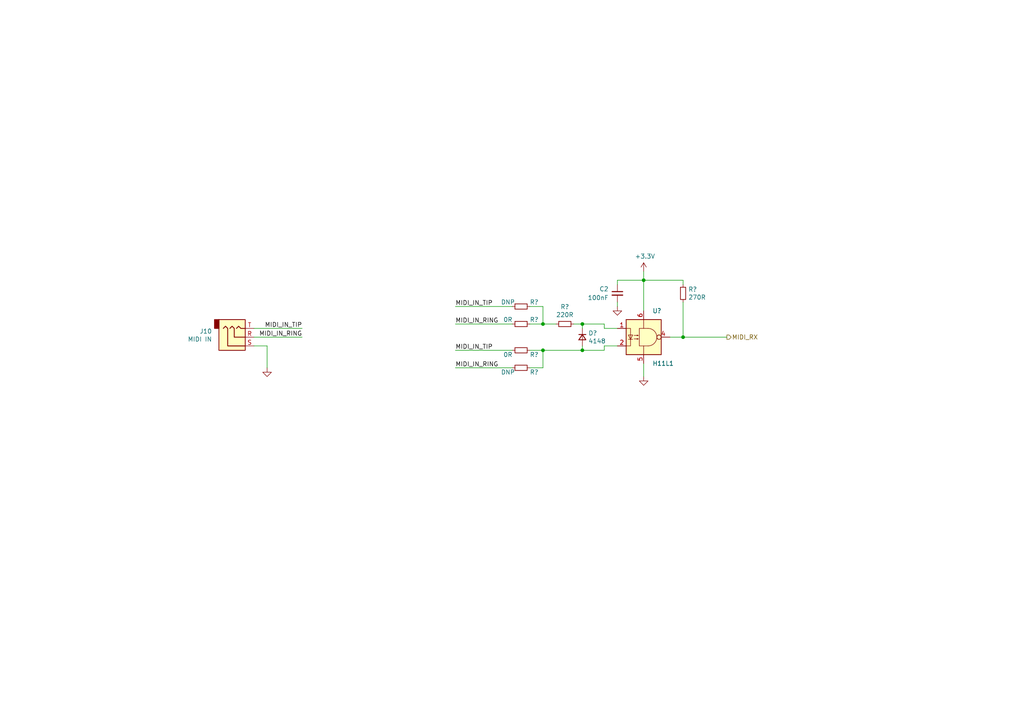
<source format=kicad_sch>
(kicad_sch (version 20230121) (generator eeschema)
  (paper "A4")
  (title_block (title "Echo Cinematic") (date "2024-01-29") (rev "A") (company "KNOBULA") (comment 3 "KNOBULA"))
  (lib_symbols
    (symbol "Connector_Audio:AudioJack3"
      (property "Reference" "J" (at 0 8.89 0))
      (property "Value" "AudioJack3" (at 0 6.35 0))
      (symbol "AudioJack3_0_1"
        (rectangle (start -5.08 -5.08) (end -6.35 -2.54) (stroke (width 0.254)) (fill (type outline)))
        (polyline (pts (xy 0 -2.54) (xy 0.635 -3.175) (xy 1.27 -2.54) (xy 2.54 -2.54)) (stroke (width 0.254)))
        (polyline (pts (xy -1.905 -2.54) (xy -1.27 -3.175) (xy -0.635 -2.54) (xy -0.635 0) (xy 2.54 0)) (stroke (width 0.254)))
        (polyline (pts (xy 2.54 2.54) (xy -2.54 2.54) (xy -2.54 -2.54) (xy -3.175 -3.175) (xy -3.81 -2.54)) (stroke (width 0.254)))
        (rectangle (start 2.54 3.81) (end -5.08 -5.08) (stroke (width 0.254)) (fill (type background)))
      )
      (symbol "AudioJack3_1_1"
        (pin passive line (at 5.08 0 180) (length 2.54) (name "~") (number "R"))
        (pin passive line (at 5.08 2.54 180) (length 2.54) (name "~") (number "S"))
        (pin passive line (at 5.08 -2.54 180) (length 2.54) (name "~") (number "T"))
      )
    )
    (symbol "Device:C_Small" (pin_numbers hide) (pin_names (offset 0.254) hide)
      (property "Reference" "C" (at 0.254 1.778 0))
      (property "Value" "C_Small" (at 0.254 -2.032 0))
      (symbol "C_Small_0_1"
        (polyline (pts (xy -1.524 -0.508) (xy 1.524 -0.508)) (stroke (width 0.3302)))
        (polyline (pts (xy -1.524 0.508) (xy 1.524 0.508)) (stroke (width 0.3048)))
      )
      (symbol "C_Small_1_1"
        (pin passive line (at 0 2.54 270) (length 2.032) (name "~") (number "1"))
        (pin passive line (at 0 -2.54 90) (length 2.032) (name "~") (number "2"))
      )
    )
    (symbol "Device:D_Small" (pin_numbers hide) (pin_names (offset 0.254) hide)
      (property "Reference" "D" (at -1.27 2.032 0))
      (property "Value" "D_Small" (at -3.81 -2.032 0))
      (symbol "D_Small_0_1"
        (polyline (pts (xy -0.762 -1.016) (xy -0.762 1.016)) (stroke (width 0.254)))
        (polyline (pts (xy -0.762 0) (xy 0.762 0)))
        (polyline (pts (xy 0.762 -1.016) (xy -0.762 0) (xy 0.762 1.016) (xy 0.762 -1.016)) (stroke (width 0.254)))
      )
      (symbol "D_Small_1_1"
        (pin passive line (at -2.54 0 0) (length 1.778) (name "K") (number "1"))
        (pin passive line (at 2.54 0 180) (length 1.778) (name "A") (number "2"))
      )
    )
    (symbol "Device:R_Small" (pin_numbers hide) (pin_names (offset 0.254) hide)
      (property "Reference" "R" (at 0.762 0.508 0))
      (property "Value" "R_Small" (at 0.762 -1.016 0))
      (symbol "R_Small_0_1"
        (rectangle (start -0.762 1.778) (end 0.762 -1.778) (stroke (width 0.2032)))
      )
      (symbol "R_Small_1_1"
        (pin passive line (at 0 2.54 270) (length 0.762) (name "~") (number "1"))
        (pin passive line (at 0 -2.54 90) (length 0.762) (name "~") (number "2"))
      )
    )
    (symbol "Isolator:H11L1" (pin_names (offset 1.016))
      (property "Reference" "U" (at 1.27 8.89 0))
      (property "Value" "H11L1" (at 1.27 6.35 0))
      (symbol "H11L1_0_1"
        (rectangle (start -5.08 5.08) (end 5.08 -5.08) (stroke (width 0.254)) (fill (type background)))
        (polyline (pts (xy -4.445 -0.635) (xy -3.175 -0.635)))
        (polyline (pts (xy 0 2.54) (xy 0 5.08)))
        (polyline (pts (xy 0 -2.54) (xy 0 -5.08) (xy 0 -3.81)))
        (polyline (pts (xy -5.08 -2.54) (xy -3.81 -2.54) (xy -3.81 2.54) (xy -5.08 2.54)))
        (polyline (pts (xy -3.81 -0.635) (xy -4.445 0.635) (xy -3.175 0.635) (xy -3.81 -0.635)))
        (polyline (pts (xy 1.27 -2.54) (xy -1.27 -2.54) (xy -1.27 2.54) (xy 1.27 2.54)))
        (polyline (pts (xy -2.794 -0.508) (xy -1.524 -0.508) (xy -1.905 -0.635) (xy -1.905 -0.381) (xy -1.524 -0.508)))
        (polyline (pts (xy -2.794 0.508) (xy -1.524 0.508) (xy -1.905 0.381) (xy -1.905 0.635) (xy -1.524 0.508)))
        (arc (start 1.27 -2.54) (mid 3.799 0) (end 1.27 2.54))
      )
      (symbol "H11L1_1_1"
        (pin passive line (at -7.62 2.54 0) (length 2.54) (name "~") (number "1"))
        (pin passive line (at -7.62 -2.54 0) (length 2.54) (name "~") (number "2"))
        (pin no_connect line (at -5.08 0 0) (length 2.54) hide (name "~") (number "3"))
        (pin output inverted (at 7.62 0 180) (length 3.81) (name "~") (number "4"))
        (pin power_in line (at 0 -7.62 90) (length 2.54) (name "~") (number "5"))
        (pin power_in line (at 0 7.62 270) (length 2.54) (name "~") (number "6"))
      )
    )
    (symbol "power:+3.3V" (power) (pin_names (offset 0))
      (property "Value" "+3.3V" (at 0 3.556 0))
      (symbol "+3.3V_0_1"
        (polyline (pts (xy -0.762 1.27) (xy 0 2.54)))
        (polyline (pts (xy 0 0) (xy 0 2.54)))
        (polyline (pts (xy 0 2.54) (xy 0.762 1.27)))
      )
      (symbol "+3.3V_1_1"
        (pin power_in line (at 0 0 90) (length 0) hide (name "+3.3V") (number "1"))
      )
    )
    (symbol "power:GND" (power) (pin_names (offset 0))
      (property "Value" "GND" (at 0 -3.81 0))
      (symbol "GND_0_1"
        (polyline (pts (xy 0 0) (xy 0 -1.27) (xy 1.27 -1.27) (xy 0 -2.54) (xy -1.27 -1.27) (xy 0 -1.27)))
      )
      (symbol "GND_1_1"
        (pin power_in line (at 0 0 270) (length 0) hide (name "GND") (number "1"))
      )
    )
  )
  (junction (at 198.12 97.79))
  (junction (at 186.69 81.28))
  (junction (at 168.91 101.6))
  (junction (at 157.48 101.6))
  (junction (at 168.91 93.98))
  (junction (at 157.48 93.98))
  (wire (pts (xy 132.08 93.98) (xy 148.59 93.98)))
  (wire (pts (xy 132.08 106.68) (xy 148.59 106.68)))
  (wire (pts (xy 194.31 97.79) (xy 198.12 97.79)))
  (wire (pts (xy 157.48 101.6) (xy 168.91 101.6)))
  (wire (pts (xy 168.91 93.98) (xy 166.37 93.98)))
  (wire (pts (xy 157.48 93.98) (xy 153.67 93.98)))
  (wire (pts (xy 179.07 95.25) (xy 175.26 95.25)))
  (wire (pts (xy 148.59 101.6) (xy 132.08 101.6)))
  (wire (pts (xy 73.66 97.79) (xy 87.63 97.79)))
  (wire (pts (xy 175.26 95.25) (xy 175.26 93.98)))
  (wire (pts (xy 198.12 81.28) (xy 186.69 81.28)))
  (wire (pts (xy 198.12 82.55) (xy 198.12 81.28)))
  (wire (pts (xy 87.63 95.25) (xy 73.66 95.25)))
  (wire (pts (xy 148.59 88.9) (xy 132.08 88.9)))
  (wire (pts (xy 161.29 93.98) (xy 157.48 93.98)))
  (wire (pts (xy 186.69 81.28) (xy 186.69 90.17)))
  (wire (pts (xy 77.47 100.33) (xy 77.47 106.68)))
  (wire (pts (xy 179.07 81.28) (xy 179.07 82.55)))
  (wire (pts (xy 157.48 88.9) (xy 157.48 93.98)))
  (wire (pts (xy 198.12 97.79) (xy 198.12 87.63)))
  (wire (pts (xy 175.26 101.6) (xy 168.91 101.6)))
  (wire (pts (xy 153.67 106.68) (xy 157.48 106.68)))
  (wire (pts (xy 157.48 106.68) (xy 157.48 101.6)))
  (wire (pts (xy 186.69 78.74) (xy 186.69 81.28)))
  (wire (pts (xy 168.91 101.6) (xy 168.91 100.33)))
  (wire (pts (xy 153.67 88.9) (xy 157.48 88.9)))
  (wire (pts (xy 175.26 100.33) (xy 175.26 101.6)))
  (wire (pts (xy 73.66 100.33) (xy 77.47 100.33)))
  (wire (pts (xy 186.69 81.28) (xy 179.07 81.28)))
  (wire (pts (xy 175.26 93.98) (xy 168.91 93.98)))
  (wire (pts (xy 179.07 87.63) (xy 179.07 88.9)))
  (wire (pts (xy 179.07 100.33) (xy 175.26 100.33)))
  (wire (pts (xy 210.82 97.79) (xy 198.12 97.79)))
  (wire (pts (xy 157.48 101.6) (xy 153.67 101.6)))
  (wire (pts (xy 168.91 93.98) (xy 168.91 95.25)))
  (wire (pts (xy 186.69 105.41) (xy 186.69 109.22)))
  (label "MIDI_IN_TIP" (at 132.08 88.9 0))
  (label "MIDI_IN_TIP" (at 87.63 95.25 180))
  (label "MIDI_IN_RING" (at 132.08 106.68 0))
  (label "MIDI_IN_RING" (at 87.63 97.79 180))
  (label "MIDI_IN_RING" (at 132.08 93.98 0))
  (label "MIDI_IN_TIP" (at 132.08 101.6 0))
  (hierarchical_label "MIDI_RX" (shape output) (at 210.82 97.79 0))
  (symbol (lib_id "power:GND") (at 186.69 109.22 0) (unit 1)
    (property "Reference" "#PWR?" (effects hide))
    (property "Value" "GND" (effects hide))
    (instances (project "Echo Cinematic" (path "" (reference "#PWR?") (unit 1)) (path "" (reference "#PWR066") (unit 1))))
  )
  (symbol (lib_id "Isolator:H11L1") (at 186.69 97.79 0) (unit 1)
    (property "Reference" "U?" (at 189.23 90.17 0) (effects (justify left)))
    (property "Value" "H11L1" (at 189.23 105.41 0) (effects (justify left)))
    (property "Footprint" "Package_DIP:SMDIP-6_W9.53mm" (effects hide))
    (property "Datasheet" "https://www.fairchildsemi.com/datasheets/H1/H11L1M.pdf" (effects hide))
    (instances (project "Echo Cinematic" (path "" (reference "U?") (unit 1)) (path "" (reference "U9") (unit 1))))
  )
  (symbol (lib_id "power:+3.3V") (at 186.69 78.74 0) (unit 1)
    (property "Reference" "#PWR?" (effects hide))
    (property "Value" "+3.3V" (at 187.071 74.3458 0))
    (instances (project "Echo Cinematic" (path "" (reference "#PWR?") (unit 1)) (path "" (reference "#PWR063") (unit 1))))
  )
  (symbol (lib_id "Device:R_Small") (at 198.12 85.09 0) (unit 1)
    (property "Reference" "R?" (at 199.6186 83.9216 0) (effects (justify left)))
    (property "Value" "270R" (at 199.6186 86.233 0) (effects (justify left)))
    (property "Footprint" "Resistor_SMD:R_0603_1608Metric" (effects hide))
    (instances (project "Echo Cinematic" (path "" (reference "R?") (unit 1)) (path "" (reference "R50") (unit 1))))
  )
  (symbol (lib_id "power:GND") (at 179.07 88.9 0) (unit 1)
    (property "Reference" "#PWR?" (effects hide))
    (property "Value" "GND" (effects hide))
    (instances (project "Echo Cinematic" (path "" (reference "#PWR?") (unit 1)) (path "" (reference "#PWR064") (unit 1))))
  )
  (symbol (lib_id "Device:D_Small") (at 168.91 97.79 270) (unit 1)
    (property "Reference" "D?" (at 170.6372 96.6216 90) (effects (justify left)))
    (property "Value" "4148" (at 170.6372 98.933 90) (effects (justify left)))
    (property "Footprint" "Diode_SMD:D_SOD-123F" (effects hide))
    (instances (project "Echo Cinematic" (path "" (reference "D?") (unit 1)) (path "" (reference "D6") (unit 1))))
  )
  (symbol (lib_id "Device:R_Small") (at 163.83 93.98 270) (unit 1)
    (property "Reference" "R?" (at 163.83 89.0016 90))
    (property "Value" "220R" (at 163.83 91.313 90))
    (property "Footprint" "Resistor_SMD:R_0603_1608Metric" (effects hide))
    (instances (project "Echo Cinematic" (path "" (reference "R?") (unit 1)) (path "" (reference "R53") (unit 1))))
  )
  (symbol (lib_id "Device:R_Small") (at 151.13 93.98 270) (unit 1)
    (property "Reference" "R?" (at 154.94 92.71 90))
    (property "Value" "0R" (at 147.32 92.71 90))
    (property "Footprint" "Resistor_SMD:R_0603_1608Metric" (effects hide))
    (instances (project "Echo Cinematic" (path "" (reference "R?") (unit 1)) (path "" (reference "R52") (unit 1))))
  )
  (symbol (lib_id "Device:R_Small") (at 151.13 88.9 270) (unit 1)
    (property "Reference" "R?" (at 154.94 87.63 90))
    (property "Value" "DNP" (at 147.32 87.63 90))
    (property "Footprint" "Resistor_SMD:R_0603_1608Metric" (effects hide))
    (instances (project "Echo Cinematic" (path "" (reference "R?") (unit 1)) (path "" (reference "R51") (unit 1))))
  )
  (symbol (lib_id "Device:R_Small") (at 151.13 101.6 270) (mirror x) (unit 1)
    (property "Reference" "R?" (at 154.94 102.87 90))
    (property "Value" "0R" (at 147.32 102.87 90))
    (property "Footprint" "Resistor_SMD:R_0603_1608Metric" (effects hide))
    (instances (project "Echo Cinematic" (path "" (reference "R?") (unit 1)) (path "" (reference "R54") (unit 1))))
  )
  (symbol (lib_id "Device:R_Small") (at 151.13 106.68 270) (mirror x) (unit 1)
    (property "Reference" "R?" (at 154.94 107.95 90))
    (property "Value" "DNP" (at 147.32 107.95 90))
    (property "Footprint" "Resistor_SMD:R_0603_1608Metric" (effects hide))
    (instances (project "Echo Cinematic" (path "" (reference "R?") (unit 1)) (path "" (reference "R55") (unit 1))))
  )
  (symbol (lib_id "Connector_Audio:AudioJack3") (at 68.58 97.79 0) (mirror x) (unit 1)
    (property "Reference" "J10" (at 61.4934 96.0882 0) (effects (justify right)))
    (property "Value" "MIDI IN" (at 61.4934 98.3996 0) (effects (justify right)))
    (property "Footprint" "FOOTPRINTS:THONKICONN_ST" (effects hide))
  )
  (symbol (lib_id "power:GND") (at 77.47 106.68 0) (unit 1)
    (property "Reference" "#PWR?" (effects hide))
    (property "Value" "GND" (effects hide))
    (instances (project "Echo Cinematic" (path "" (reference "#PWR?") (unit 1)) (path "" (reference "#PWR0108") (unit 1))))
  )
  (symbol (lib_id "Device:C_Small") (at 179.07 85.09 0) (unit 1)
    (property "Reference" "C2" (at 176.53 83.8263 0) (effects (justify right)))
    (property "Value" "100nF" (at 176.53 86.3663 0) (effects (justify right)))
    (property "Footprint" "Capacitor_SMD:C_0603_1608Metric" (effects hide))
    (instances (project "Echo Cinematic" (path "" (reference "C2") (unit 1)) (path "" (reference "C3") (unit 1)) (path "" (reference "C19") (unit 1))))
  )
)
</source>
